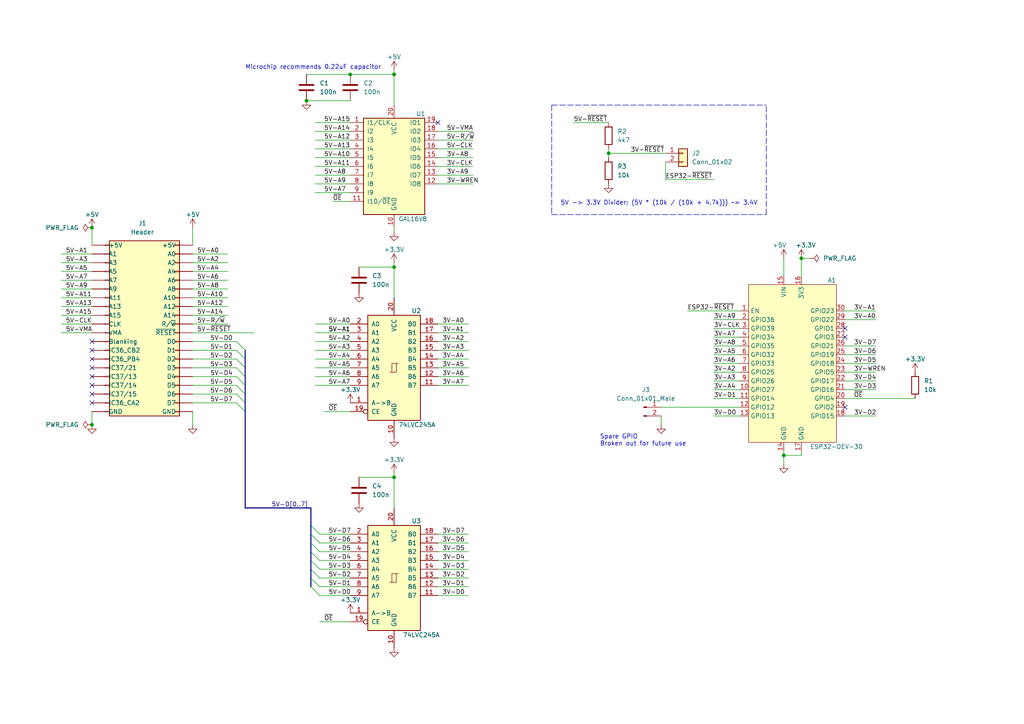
<source format=kicad_sch>
(kicad_sch (version 20211123) (generator eeschema)
  (paper "A4")
  (title_block (title "Williams System 7 Pinball Bus Observer") (rev "1"))
  (lib_symbols
    (symbol "74xx:74LS245" (pin_names (offset 1.016))
      (property "Reference" "U" (at -7.62 16.51 0))
      (property "Value" "74LS245" (at -7.62 -16.51 0))
      (symbol "74LS245_1_0"
        (polyline (pts (xy -0.635 -1.27) (xy -0.635 1.27) (xy 0.635 1.27)))
        (polyline (pts (xy -1.27 -1.27) (xy 0.635 -1.27) (xy 0.635 1.27) (xy 1.27 1.27)))
        (pin input line (at -12.7 -10.16 0) (length 5.08) (name "A->B") (number "1"))
        (pin power_in line (at 0 -20.32 90) (length 5.08) (name "GND") (number "10"))
        (pin tri_state line (at 12.7 -5.08 180) (length 5.08) (name "B7") (number "11"))
        (pin tri_state line (at 12.7 -2.54 180) (length 5.08) (name "B6") (number "12"))
        (pin tri_state line (at 12.7 0 180) (length 5.08) (name "B5") (number "13"))
        (pin tri_state line (at 12.7 2.54 180) (length 5.08) (name "B4") (number "14"))
        (pin tri_state line (at 12.7 5.08 180) (length 5.08) (name "B3") (number "15"))
        (pin tri_state line (at 12.7 7.62 180) (length 5.08) (name "B2") (number "16"))
        (pin tri_state line (at 12.7 10.16 180) (length 5.08) (name "B1") (number "17"))
        (pin tri_state line (at 12.7 12.7 180) (length 5.08) (name "B0") (number "18"))
        (pin input inverted (at -12.7 -12.7 0) (length 5.08) (name "CE") (number "19"))
        (pin tri_state line (at -12.7 12.7 0) (length 5.08) (name "A0") (number "2"))
        (pin power_in line (at 0 20.32 270) (length 5.08) (name "VCC") (number "20"))
        (pin tri_state line (at -12.7 10.16 0) (length 5.08) (name "A1") (number "3"))
        (pin tri_state line (at -12.7 7.62 0) (length 5.08) (name "A2") (number "4"))
        (pin tri_state line (at -12.7 5.08 0) (length 5.08) (name "A3") (number "5"))
        (pin tri_state line (at -12.7 2.54 0) (length 5.08) (name "A4") (number "6"))
        (pin tri_state line (at -12.7 0 0) (length 5.08) (name "A5") (number "7"))
        (pin tri_state line (at -12.7 -2.54 0) (length 5.08) (name "A6") (number "8"))
        (pin tri_state line (at -12.7 -5.08 0) (length 5.08) (name "A7") (number "9"))
      )
      (symbol "74LS245_1_1"
        (rectangle (start -7.62 15.24) (end 7.62 -15.24) (stroke (width 0.254)) (fill (type background)))
      )
    )
    (symbol "Connector:Conn_01x02_Male" (pin_names (offset 1.016) hide)
      (property "Reference" "J" (at 0 2.54 0))
      (property "Value" "Conn_01x02_Male" (at 0 -5.08 0))
      (symbol "Conn_01x02_Male_1_1"
        (polyline (pts (xy 1.27 -2.54) (xy 0.8636 -2.54)) (stroke (width 0.1524)))
        (polyline (pts (xy 1.27 0) (xy 0.8636 0)) (stroke (width 0.1524)))
        (rectangle (start 0.8636 -2.413) (end 0 -2.667) (stroke (width 0.1524)) (fill (type outline)))
        (rectangle (start 0.8636 0.127) (end 0 -0.127) (stroke (width 0.1524)) (fill (type outline)))
        (pin passive line (at 5.08 0 180) (length 3.81) (name "Pin_1") (number "1"))
        (pin passive line (at 5.08 -2.54 180) (length 3.81) (name "Pin_2") (number "2"))
      )
    )
    (symbol "Connector_Generic:Conn_01x02" (pin_names (offset 1.016) hide)
      (property "Reference" "J" (at 0 2.54 0))
      (property "Value" "Conn_01x02" (at 0 -5.08 0))
      (symbol "Conn_01x02_1_1"
        (rectangle (start -1.27 -2.413) (end 0 -2.667) (stroke (width 0.1524)))
        (rectangle (start -1.27 0.127) (end 0 -0.127) (stroke (width 0.1524)))
        (rectangle (start -1.27 1.27) (end 1.27 -3.81) (stroke (width 0.254)) (fill (type background)))
        (pin passive line (at -5.08 0 0) (length 3.81) (name "Pin_1") (number "1"))
        (pin passive line (at -5.08 -2.54 0) (length 3.81) (name "Pin_2") (number "2"))
      )
    )
    (symbol "Connector_Generic:Conn_02x20_Odd_Even" (pin_numbers hide) (pin_names (offset 1.016))
      (property "Reference" "J?" (at 1.9304 29.21 0))
      (property "Value" "Header" (at 1.9304 26.67 0))
      (symbol "Conn_02x20_Odd_Even_1_1"
        (rectangle (start -8.89 -25.273) (end -7.62 -25.527) (stroke (width 0.1524)))
        (rectangle (start -8.89 -22.733) (end -7.62 -22.987) (stroke (width 0.1524)))
        (rectangle (start -8.89 -20.193) (end -7.62 -20.447) (stroke (width 0.1524)))
        (rectangle (start -8.89 -17.653) (end -7.62 -17.907) (stroke (width 0.1524)))
        (rectangle (start -8.89 -15.113) (end -7.62 -15.367) (stroke (width 0.1524)))
        (rectangle (start -8.89 -12.573) (end -7.62 -12.827) (stroke (width 0.1524)))
        (rectangle (start -8.89 -10.033) (end -7.62 -10.287) (stroke (width 0.1524)))
        (rectangle (start -8.89 -7.493) (end -7.62 -7.747) (stroke (width 0.1524)))
        (rectangle (start -8.89 -4.953) (end -7.62 -5.207) (stroke (width 0.1524)))
        (rectangle (start -8.89 -2.413) (end -7.62 -2.667) (stroke (width 0.1524)))
        (rectangle (start -8.89 0.127) (end -7.62 -0.127) (stroke (width 0.1524)))
        (rectangle (start -8.89 2.667) (end -7.62 2.413) (stroke (width 0.1524)))
        (rectangle (start -8.89 5.207) (end -7.62 4.953) (stroke (width 0.1524)))
        (rectangle (start -8.89 7.747) (end -7.62 7.493) (stroke (width 0.1524)))
        (rectangle (start -8.89 10.287) (end -7.62 10.033) (stroke (width 0.1524)))
        (rectangle (start -8.89 12.827) (end -7.62 12.573) (stroke (width 0.1524)))
        (rectangle (start -8.89 15.367) (end -7.62 15.113) (stroke (width 0.1524)))
        (rectangle (start -8.89 17.907) (end -7.62 17.653) (stroke (width 0.1524)))
        (rectangle (start -8.89 20.447) (end -7.62 20.193) (stroke (width 0.1524)))
        (rectangle (start -8.89 22.987) (end -7.62 22.733) (stroke (width 0.1524)))
        (rectangle (start -7.62 24.13) (end 12.7 -26.67) (stroke (width 0.254)) (fill (type background)))
        (rectangle (start 12.7 -25.273) (end 11.43 -25.527) (stroke (width 0.1524)))
        (rectangle (start 12.7 -22.733) (end 11.43 -22.987) (stroke (width 0.1524)))
        (rectangle (start 12.7 -20.193) (end 11.43 -20.447) (stroke (width 0.1524)))
        (rectangle (start 12.7 -17.653) (end 11.43 -17.907) (stroke (width 0.1524)))
        (rectangle (start 12.7 -15.113) (end 11.43 -15.367) (stroke (width 0.1524)))
        (rectangle (start 12.7 -12.573) (end 11.43 -12.827) (stroke (width 0.1524)))
        (rectangle (start 12.7 -10.033) (end 11.43 -10.287) (stroke (width 0.1524)))
        (rectangle (start 12.7 -7.493) (end 11.43 -7.747) (stroke (width 0.1524)))
        (rectangle (start 12.7 -4.953) (end 11.43 -5.207) (stroke (width 0.1524)))
        (rectangle (start 12.7 -2.413) (end 11.43 -2.667) (stroke (width 0.1524)))
        (rectangle (start 12.7 0.127) (end 11.43 -0.127) (stroke (width 0.1524)))
        (rectangle (start 12.7 2.667) (end 11.43 2.413) (stroke (width 0.1524)))
        (rectangle (start 12.7 5.207) (end 11.43 4.953) (stroke (width 0.1524)))
        (rectangle (start 12.7 7.747) (end 11.43 7.493) (stroke (width 0.1524)))
        (rectangle (start 12.7 10.287) (end 11.43 10.033) (stroke (width 0.1524)))
        (rectangle (start 12.7 12.827) (end 11.43 12.573) (stroke (width 0.1524)))
        (rectangle (start 12.7 15.367) (end 11.43 15.113) (stroke (width 0.1524)))
        (rectangle (start 12.7 17.907) (end 11.43 17.653) (stroke (width 0.1524)))
        (rectangle (start 12.7 20.447) (end 11.43 20.193) (stroke (width 0.1524)))
        (rectangle (start 12.7 22.987) (end 11.43 22.733) (stroke (width 0.1524)))
        (pin passive line (at -12.7 22.86 0) (length 3.81) (name "+5V") (number "1"))
        (pin passive line (at 16.51 12.7 180) (length 3.81) (name "A6") (number "10"))
        (pin passive line (at -12.7 10.16 0) (length 3.81) (name "A9") (number "11"))
        (pin passive line (at 16.51 10.16 180) (length 3.81) (name "A8") (number "12"))
        (pin passive line (at -12.7 7.62 0) (length 3.81) (name "A11") (number "13"))
        (pin passive line (at 16.51 7.62 180) (length 3.81) (name "A10") (number "14"))
        (pin passive line (at -12.7 5.08 0) (length 3.81) (name "A13") (number "15"))
        (pin passive line (at 16.51 5.08 180) (length 3.81) (name "A12") (number "16"))
        (pin passive line (at -12.7 2.54 0) (length 3.81) (name "A15") (number "17"))
        (pin passive line (at 16.51 2.54 180) (length 3.81) (name "A14") (number "18"))
        (pin passive line (at -12.7 0 0) (length 3.81) (name "CLK") (number "19"))
        (pin passive line (at 16.51 22.86 180) (length 3.81) (name "+5V") (number "2"))
        (pin passive line (at 16.51 0 180) (length 3.81) (name "R/~{W}") (number "20"))
        (pin passive line (at -12.7 -2.54 0) (length 3.81) (name "VMA") (number "21"))
        (pin passive line (at 16.51 -2.54 180) (length 3.81) (name "~{RESET}") (number "22"))
        (pin passive line (at -12.7 -5.08 0) (length 3.81) (name "Blanking") (number "23"))
        (pin passive line (at 16.51 -5.08 180) (length 3.81) (name "D0") (number "24"))
        (pin passive line (at -12.7 -7.62 0) (length 3.81) (name "IC36_CB2") (number "25"))
        (pin passive line (at 16.51 -7.62 180) (length 3.81) (name "D1") (number "26"))
        (pin passive line (at -12.7 -10.16 0) (length 3.81) (name "IC36_PB4") (number "27"))
        (pin passive line (at 16.51 -10.16 180) (length 3.81) (name "D2") (number "28"))
        (pin passive line (at -12.7 -12.7 0) (length 3.81) (name "IC37/21") (number "29"))
        (pin passive line (at -12.7 20.32 0) (length 3.81) (name "A1") (number "3"))
        (pin passive line (at 16.51 -12.7 180) (length 3.81) (name "D3") (number "30"))
        (pin passive line (at -12.7 -15.24 0) (length 3.81) (name "IC37/13") (number "31"))
        (pin passive line (at 16.51 -15.24 180) (length 3.81) (name "D4") (number "32"))
        (pin passive line (at -12.7 -17.78 0) (length 3.81) (name "IC37/14") (number "33"))
        (pin passive line (at 16.51 -17.78 180) (length 3.81) (name "D5") (number "34"))
        (pin passive line (at -12.7 -20.32 0) (length 3.81) (name "IC37/15") (number "35"))
        (pin passive line (at 16.51 -20.32 180) (length 3.81) (name "D6") (number "36"))
        (pin passive line (at -12.7 -22.86 0) (length 3.81) (name "IC36_CA2") (number "37"))
        (pin passive line (at 16.51 -22.86 180) (length 3.81) (name "D7") (number "38"))
        (pin passive line (at -12.7 -25.4 0) (length 3.81) (name "GND") (number "39"))
        (pin passive line (at 16.51 20.32 180) (length 3.81) (name "A0") (number "4"))
        (pin passive line (at 16.51 -25.4 180) (length 3.81) (name "GND") (number "40"))
        (pin passive line (at -12.7 17.78 0) (length 3.81) (name "A3") (number "5"))
        (pin passive line (at 16.51 17.78 180) (length 3.81) (name "A2") (number "6"))
        (pin passive line (at -12.7 15.24 0) (length 3.81) (name "A5") (number "7"))
        (pin passive line (at 16.51 15.24 180) (length 3.81) (name "A4") (number "8"))
        (pin passive line (at -12.7 12.7 0) (length 3.81) (name "A7") (number "9"))
      )
    )
    (symbol "Device:C" (pin_numbers hide) (pin_names (offset 0.254))
      (property "Reference" "C" (at 0.635 2.54 0))
      (property "Value" "C" (at 0.635 -2.54 0))
      (symbol "C_0_1"
        (polyline (pts (xy -2.032 -0.762) (xy 2.032 -0.762)) (stroke (width 0.508)))
        (polyline (pts (xy -2.032 0.762) (xy 2.032 0.762)) (stroke (width 0.508)))
      )
      (symbol "C_1_1"
        (pin passive line (at 0 3.81 270) (length 2.794) (name "~") (number "1"))
        (pin passive line (at 0 -3.81 90) (length 2.794) (name "~") (number "2"))
      )
    )
    (symbol "Device:R" (pin_numbers hide) (pin_names (offset 0))
      (property "Reference" "R" (at 2.032 0 90))
      (property "Value" "R" (at 0 0 90))
      (symbol "R_0_1"
        (rectangle (start -1.016 -2.54) (end 1.016 2.54) (stroke (width 0.254)))
      )
      (symbol "R_1_1"
        (pin passive line (at 0 3.81 270) (length 1.27) (name "~") (number "1"))
        (pin passive line (at 0 -3.81 90) (length 1.27) (name "~") (number "2"))
      )
    )
    (symbol "Logic_Programmable:GAL16V8" (pin_names (offset 1.016))
      (property "Reference" "U" (at -8.89 16.51 0))
      (property "Value" "GAL16V8" (at 1.27 16.51 0))
      (symbol "GAL16V8_0_0"
        (pin power_in line (at 0 -17.78 90) (length 3.81) (name "GND") (number "10"))
        (pin power_in line (at 0 17.78 270) (length 3.81) (name "VCC") (number "20"))
      )
      (symbol "GAL16V8_0_1"
        (rectangle (start -8.89 13.97) (end 8.89 -13.97) (stroke (width 0.254)) (fill (type background)))
      )
      (symbol "GAL16V8_1_1"
        (pin input line (at -12.7 12.7 0) (length 3.81) (name "I1/CLK") (number "1"))
        (pin input line (at -12.7 -10.16 0) (length 3.81) (name "I10/~{OE}") (number "11"))
        (pin tri_state line (at 12.7 -5.08 180) (length 3.81) (name "IO8") (number "12"))
        (pin tri_state line (at 12.7 -2.54 180) (length 3.81) (name "IO7") (number "13"))
        (pin tri_state line (at 12.7 0 180) (length 3.81) (name "IO6") (number "14"))
        (pin tri_state line (at 12.7 2.54 180) (length 3.81) (name "IO5") (number "15"))
        (pin tri_state line (at 12.7 5.08 180) (length 3.81) (name "IO4") (number "16"))
        (pin tri_state line (at 12.7 7.62 180) (length 3.81) (name "I03") (number "17"))
        (pin tri_state line (at 12.7 10.16 180) (length 3.81) (name "IO2") (number "18"))
        (pin tri_state line (at 12.7 12.7 180) (length 3.81) (name "IO1") (number "19"))
        (pin input line (at -12.7 10.16 0) (length 3.81) (name "I2") (number "2"))
        (pin input line (at -12.7 7.62 0) (length 3.81) (name "I3") (number "3"))
        (pin input line (at -12.7 5.08 0) (length 3.81) (name "I4") (number "4"))
        (pin input line (at -12.7 2.54 0) (length 3.81) (name "I5") (number "5"))
        (pin input line (at -12.7 0 0) (length 3.81) (name "I6") (number "6"))
        (pin input line (at -12.7 -2.54 0) (length 3.81) (name "I7") (number "7"))
        (pin input line (at -12.7 -5.08 0) (length 3.81) (name "I8") (number "8"))
        (pin input line (at -12.7 -7.62 0) (length 3.81) (name "I9") (number "9"))
      )
    )
    (symbol "power:+3.3V" (power) (pin_names (offset 0))
      (property "Value" "+3.3V" (at 0 3.556 0))
      (symbol "+3.3V_0_1"
        (polyline (pts (xy -0.762 1.27) (xy 0 2.54)))
        (polyline (pts (xy 0 0) (xy 0 2.54)))
        (polyline (pts (xy 0 2.54) (xy 0.762 1.27)))
      )
      (symbol "+3.3V_1_1"
        (pin power_in line (at 0 0 90) (length 0) hide (name "+3.3V") (number "1"))
      )
    )
    (symbol "power:+5V" (power) (pin_names (offset 0))
      (property "Value" "+5V" (at 0 3.556 0))
      (symbol "+5V_0_1"
        (polyline (pts (xy -0.762 1.27) (xy 0 2.54)))
        (polyline (pts (xy 0 0) (xy 0 2.54)))
        (polyline (pts (xy 0 2.54) (xy 0.762 1.27)))
      )
      (symbol "+5V_1_1"
        (pin power_in line (at 0 0 90) (length 0) hide (name "+5V") (number "1"))
      )
    )
    (symbol "power:GND" (power) (pin_names (offset 0))
      (property "Value" "GND" (at 0 -3.81 0))
      (symbol "GND_0_1"
        (polyline (pts (xy 0 0) (xy 0 -1.27) (xy 1.27 -1.27) (xy 0 -2.54) (xy -1.27 -1.27) (xy 0 -1.27)))
      )
      (symbol "GND_1_1"
        (pin power_in line (at 0 0 270) (length 0) hide (name "GND") (number "1"))
      )
    )
    (symbol "power:PWR_FLAG" (power) (pin_numbers hide) (pin_names (offset 0) hide)
      (property "Value" "PWR_FLAG" (at 0 3.81 0))
      (symbol "PWR_FLAG_0_0"
        (pin power_out line (at 0 0 90) (length 0) (name "pwr") (number "1"))
      )
      (symbol "PWR_FLAG_0_1"
        (polyline (pts (xy 0 0) (xy 0 1.27) (xy -1.016 1.905) (xy 0 2.54) (xy 1.016 1.905) (xy 0 1.27)))
      )
    )
    (symbol "symbol-library:ESP32-DEV-30"
      (property "Reference" "A" (at -11.43 12.7 0))
      (property "Value" "ESP32-DEV-30" (at 12.7 -36.83 0))
      (symbol "ESP32-DEV-30_0_1"
        (rectangle (start -12.7 11.43) (end 12.7 -34.29) (fill (type background)))
      )
      (symbol "ESP32-DEV-30_1_1"
        (pin input line (at -15.24 3.81 0) (length 2.54) (name "EN") (number "1"))
        (pin bidirectional line (at -15.24 -19.05 0) (length 2.54) (name "GPIO27") (number "10"))
        (pin bidirectional line (at -15.24 -21.59 0) (length 2.54) (name "GPIO14") (number "11"))
        (pin bidirectional line (at -15.24 -24.13 0) (length 2.54) (name "GPIO12") (number "12"))
        (pin bidirectional line (at -15.24 -26.67 0) (length 2.54) (name "GPIO13") (number "13"))
        (pin power_in line (at -2.54 -36.83 90) (length 2.54) (name "GND") (number "14"))
        (pin power_in line (at -2.54 13.97 270) (length 2.54) (name "VIN") (number "15"))
        (pin power_in line (at 2.54 13.97 270) (length 2.54) (name "3V3") (number "16"))
        (pin power_in line (at 2.54 -36.83 90) (length 2.54) (name "GND") (number "17"))
        (pin bidirectional line (at 15.24 -26.67 180) (length 2.54) (name "GPIO15") (number "18"))
        (pin bidirectional line (at 15.24 -24.13 180) (length 2.54) (name "GPIO2") (number "19"))
        (pin bidirectional line (at -15.24 1.27 0) (length 2.54) (name "GPIO36") (number "2"))
        (pin bidirectional line (at 15.24 -21.59 180) (length 2.54) (name "GPIO4") (number "20"))
        (pin bidirectional line (at 15.24 -19.05 180) (length 2.54) (name "GPIO16") (number "21"))
        (pin bidirectional line (at 15.24 -16.51 180) (length 2.54) (name "GPIO17") (number "22"))
        (pin bidirectional line (at 15.24 -13.97 180) (length 2.54) (name "GPIO5") (number "23"))
        (pin bidirectional line (at 15.24 -11.43 180) (length 2.54) (name "GPIO18") (number "24"))
        (pin bidirectional line (at 15.24 -8.89 180) (length 2.54) (name "GPIO19") (number "25"))
        (pin bidirectional line (at 15.24 -6.35 180) (length 2.54) (name "GPIO21") (number "26"))
        (pin bidirectional line (at 15.24 -3.81 180) (length 2.54) (name "GPIO3") (number "27"))
        (pin bidirectional line (at 15.24 -1.27 180) (length 2.54) (name "GPIO1") (number "28"))
        (pin bidirectional line (at 15.24 1.27 180) (length 2.54) (name "GPIO22") (number "29"))
        (pin bidirectional line (at -15.24 -1.27 0) (length 2.54) (name "GPIO39") (number "3"))
        (pin bidirectional line (at 15.24 3.81 180) (length 2.54) (name "GPIO23") (number "30"))
        (pin bidirectional line (at -15.24 -3.81 0) (length 2.54) (name "GPIO34") (number "4"))
        (pin bidirectional line (at -15.24 -6.35 0) (length 2.54) (name "GPIO35") (number "5"))
        (pin bidirectional line (at -15.24 -8.89 0) (length 2.54) (name "GPIO32") (number "6"))
        (pin bidirectional line (at -15.24 -11.43 0) (length 2.54) (name "GPIO33") (number "7"))
        (pin bidirectional line (at -15.24 -13.97 0) (length 2.54) (name "GPIO25") (number "8"))
        (pin bidirectional line (at -15.24 -16.51 0) (length 2.54) (name "GPIO26") (number "9"))
      )
    )
  )
  (junction (at 26.67 66.04))
  (junction (at 227.33 132.08))
  (junction (at 114.3 138.43))
  (junction (at 176.53 44.45))
  (junction (at 101.6 21.59))
  (junction (at 26.67 123.19))
  (junction (at 232.41 74.93))
  (junction (at 114.3 77.47))
  (junction (at 114.3 21.59))
  (junction (at 88.9 29.21))
  (no_connect (at 245.11 97.79))
  (no_connect (at 245.11 118.11))
  (no_connect (at 245.11 95.25))
  (no_connect (at 26.67 106.68))
  (no_connect (at 26.67 104.14))
  (no_connect (at 26.67 99.06))
  (no_connect (at 26.67 101.6))
  (no_connect (at 127 35.56))
  (no_connect (at 26.67 116.84))
  (no_connect (at 26.67 111.76))
  (no_connect (at 26.67 109.22))
  (no_connect (at 26.67 114.3))
  (bus_entry (at 90.17 165.1) (size 2.54 2.54))
  (bus_entry (at 90.17 157.48) (size 2.54 2.54))
  (bus_entry (at 90.17 160.02) (size 2.54 2.54))
  (bus_entry (at 90.17 154.94) (size 2.54 2.54))
  (bus_entry (at 68.58 99.06) (size 2.54 2.54))
  (bus_entry (at 68.58 109.22) (size 2.54 2.54))
  (bus_entry (at 68.58 101.6) (size 2.54 2.54))
  (bus_entry (at 68.58 106.68) (size 2.54 2.54))
  (bus_entry (at 90.17 152.4) (size 2.54 2.54))
  (bus_entry (at 68.58 116.84) (size 2.54 2.54))
  (bus_entry (at 90.17 167.64) (size 2.54 2.54))
  (bus_entry (at 68.58 114.3) (size 2.54 2.54))
  (bus_entry (at 90.17 162.56) (size 2.54 2.54))
  (bus_entry (at 68.58 104.14) (size 2.54 2.54))
  (bus_entry (at 68.58 111.76) (size 2.54 2.54))
  (bus_entry (at 90.17 170.18) (size 2.54 2.54))
  (wire (pts (xy 127 53.34) (xy 137.16 53.34)))
  (wire (pts (xy 127 99.06) (xy 135.89 99.06)))
  (wire (pts (xy 127 154.94) (xy 135.89 154.94)))
  (bus (pts (xy 90.17 162.56) (xy 90.17 165.1)))
  (wire (pts (xy 91.44 111.76) (xy 101.6 111.76)))
  (wire (pts (xy 92.71 165.1) (xy 101.6 165.1)))
  (wire (pts (xy 55.88 73.66) (xy 66.04 73.66)))
  (wire (pts (xy 127 106.68) (xy 135.89 106.68)))
  (wire (pts (xy 114.3 67.31) (xy 114.3 66.04)))
  (wire (pts (xy 207.01 97.79) (xy 214.63 97.79)))
  (wire (pts (xy 91.44 109.22) (xy 101.6 109.22)))
  (polyline (pts (xy 222.25 62.23) (xy 222.25 30.48)))
  (wire (pts (xy 232.41 74.93) (xy 234.95 74.93)))
  (wire (pts (xy 114.3 138.43) (xy 114.3 147.32)))
  (wire (pts (xy 245.11 120.65) (xy 254 120.65)))
  (polyline (pts (xy 160.02 30.48) (xy 160.02 62.23)))
  (wire (pts (xy 91.44 40.64) (xy 101.6 40.64)))
  (wire (pts (xy 114.3 76.2) (xy 114.3 77.47)))
  (wire (pts (xy 207.01 100.33) (xy 214.63 100.33)))
  (wire (pts (xy 199.39 90.17) (xy 214.63 90.17)))
  (wire (pts (xy 55.88 93.98) (xy 66.04 93.98)))
  (wire (pts (xy 191.77 120.65) (xy 191.77 123.19)))
  (wire (pts (xy 127 111.76) (xy 135.89 111.76)))
  (wire (pts (xy 55.88 101.6) (xy 68.58 101.6)))
  (wire (pts (xy 127 172.72) (xy 135.89 172.72)))
  (wire (pts (xy 55.88 86.36) (xy 66.04 86.36)))
  (wire (pts (xy 245.11 102.87) (xy 254 102.87)))
  (bus (pts (xy 71.12 106.68) (xy 71.12 109.22)))
  (wire (pts (xy 91.44 101.6) (xy 101.6 101.6)))
  (wire (pts (xy 101.6 21.59) (xy 114.3 21.59)))
  (wire (pts (xy 17.78 76.2) (xy 26.67 76.2)))
  (wire (pts (xy 91.44 53.34) (xy 101.6 53.34)))
  (wire (pts (xy 17.78 73.66) (xy 26.67 73.66)))
  (wire (pts (xy 55.88 111.76) (xy 68.58 111.76)))
  (wire (pts (xy 92.71 167.64) (xy 101.6 167.64)))
  (wire (pts (xy 227.33 132.08) (xy 227.33 134.62)))
  (wire (pts (xy 17.78 96.52) (xy 26.67 96.52)))
  (wire (pts (xy 207.01 105.41) (xy 214.63 105.41)))
  (wire (pts (xy 127 109.22) (xy 135.89 109.22)))
  (wire (pts (xy 245.11 92.71) (xy 254 92.71)))
  (wire (pts (xy 127 157.48) (xy 135.89 157.48)))
  (wire (pts (xy 127 101.6) (xy 135.89 101.6)))
  (wire (pts (xy 127 104.14) (xy 135.89 104.14)))
  (wire (pts (xy 17.78 91.44) (xy 26.67 91.44)))
  (wire (pts (xy 88.9 21.59) (xy 101.6 21.59)))
  (wire (pts (xy 227.33 132.08) (xy 232.41 132.08)))
  (wire (pts (xy 55.88 91.44) (xy 66.04 91.44)))
  (wire (pts (xy 17.78 86.36) (xy 26.67 86.36)))
  (wire (pts (xy 207.01 113.03) (xy 214.63 113.03)))
  (wire (pts (xy 245.11 107.95) (xy 254 107.95)))
  (wire (pts (xy 55.88 66.04) (xy 55.88 71.12)))
  (wire (pts (xy 207.01 95.25) (xy 214.63 95.25)))
  (bus (pts (xy 71.12 101.6) (xy 71.12 104.14)))
  (wire (pts (xy 191.77 118.11) (xy 214.63 118.11)))
  (wire (pts (xy 55.88 106.68) (xy 68.58 106.68)))
  (wire (pts (xy 91.44 55.88) (xy 101.6 55.88)))
  (wire (pts (xy 245.11 110.49) (xy 254 110.49)))
  (wire (pts (xy 207.01 120.65) (xy 214.63 120.65)))
  (wire (pts (xy 92.71 172.72) (xy 101.6 172.72)))
  (wire (pts (xy 17.78 81.28) (xy 26.67 81.28)))
  (wire (pts (xy 92.71 160.02) (xy 101.6 160.02)))
  (wire (pts (xy 232.41 74.93) (xy 232.41 80.01)))
  (bus (pts (xy 71.12 111.76) (xy 71.12 114.3)))
  (polyline (pts (xy 160.02 30.48) (xy 222.25 30.48)))
  (wire (pts (xy 207.01 92.71) (xy 214.63 92.71)))
  (bus (pts (xy 71.12 147.32) (xy 90.17 147.32)))
  (wire (pts (xy 232.41 132.08) (xy 232.41 130.81)))
  (wire (pts (xy 91.44 93.98) (xy 101.6 93.98)))
  (wire (pts (xy 91.44 50.8) (xy 101.6 50.8)))
  (wire (pts (xy 245.11 100.33) (xy 254 100.33)))
  (wire (pts (xy 92.71 180.34) (xy 101.6 180.34)))
  (wire (pts (xy 91.44 45.72) (xy 101.6 45.72)))
  (wire (pts (xy 104.14 77.47) (xy 114.3 77.47)))
  (wire (pts (xy 245.11 105.41) (xy 254 105.41)))
  (wire (pts (xy 88.9 29.21) (xy 101.6 29.21)))
  (wire (pts (xy 91.44 48.26) (xy 101.6 48.26)))
  (wire (pts (xy 127 38.1) (xy 137.16 38.1)))
  (wire (pts (xy 55.88 114.3) (xy 68.58 114.3)))
  (bus (pts (xy 71.12 114.3) (xy 71.12 116.84)))
  (wire (pts (xy 127 45.72) (xy 137.16 45.72)))
  (wire (pts (xy 207.01 102.87) (xy 214.63 102.87)))
  (wire (pts (xy 127 40.64) (xy 137.16 40.64)))
  (wire (pts (xy 127 162.56) (xy 135.89 162.56)))
  (bus (pts (xy 71.12 109.22) (xy 71.12 111.76)))
  (wire (pts (xy 227.33 130.81) (xy 227.33 132.08)))
  (wire (pts (xy 114.3 77.47) (xy 114.3 86.36)))
  (wire (pts (xy 91.44 106.68) (xy 101.6 106.68)))
  (bus (pts (xy 71.12 119.38) (xy 71.12 147.32)))
  (wire (pts (xy 17.78 83.82) (xy 26.67 83.82)))
  (wire (pts (xy 92.71 154.94) (xy 101.6 154.94)))
  (wire (pts (xy 127 167.64) (xy 135.89 167.64)))
  (wire (pts (xy 91.44 96.52) (xy 101.6 96.52)))
  (wire (pts (xy 114.3 137.16) (xy 114.3 138.43)))
  (bus (pts (xy 90.17 154.94) (xy 90.17 157.48)))
  (wire (pts (xy 207.01 110.49) (xy 214.63 110.49)))
  (wire (pts (xy 91.44 99.06) (xy 101.6 99.06)))
  (wire (pts (xy 92.71 170.18) (xy 101.6 170.18)))
  (wire (pts (xy 91.44 35.56) (xy 101.6 35.56)))
  (bus (pts (xy 90.17 147.32) (xy 90.17 152.4)))
  (wire (pts (xy 245.11 90.17) (xy 254 90.17)))
  (bus (pts (xy 90.17 160.02) (xy 90.17 162.56)))
  (wire (pts (xy 176.53 44.45) (xy 193.04 44.45)))
  (wire (pts (xy 176.53 44.45) (xy 176.53 45.72)))
  (bus (pts (xy 90.17 152.4) (xy 90.17 154.94)))
  (wire (pts (xy 114.3 21.59) (xy 114.3 30.48)))
  (wire (pts (xy 104.14 138.43) (xy 114.3 138.43)))
  (wire (pts (xy 127 48.26) (xy 137.16 48.26)))
  (wire (pts (xy 127 170.18) (xy 135.89 170.18)))
  (wire (pts (xy 17.78 78.74) (xy 26.67 78.74)))
  (wire (pts (xy 26.67 66.04) (xy 26.67 71.12)))
  (wire (pts (xy 127 43.18) (xy 137.16 43.18)))
  (wire (pts (xy 55.88 76.2) (xy 66.04 76.2)))
  (wire (pts (xy 93.98 119.38) (xy 101.6 119.38)))
  (wire (pts (xy 127 160.02) (xy 135.89 160.02)))
  (wire (pts (xy 91.44 43.18) (xy 101.6 43.18)))
  (wire (pts (xy 207.01 107.95) (xy 214.63 107.95)))
  (wire (pts (xy 245.11 113.03) (xy 254 113.03)))
  (wire (pts (xy 55.88 78.74) (xy 66.04 78.74)))
  (wire (pts (xy 193.04 52.07) (xy 207.01 52.07)))
  (wire (pts (xy 245.11 115.57) (xy 265.43 115.57)))
  (wire (pts (xy 193.04 46.99) (xy 193.04 52.07)))
  (bus (pts (xy 90.17 157.48) (xy 90.17 160.02)))
  (wire (pts (xy 91.44 38.1) (xy 101.6 38.1)))
  (wire (pts (xy 55.88 99.06) (xy 68.58 99.06)))
  (wire (pts (xy 207.01 115.57) (xy 214.63 115.57)))
  (bus (pts (xy 71.12 104.14) (xy 71.12 106.68)))
  (wire (pts (xy 55.88 81.28) (xy 66.04 81.28)))
  (wire (pts (xy 55.88 116.84) (xy 68.58 116.84)))
  (wire (pts (xy 55.88 88.9) (xy 66.04 88.9)))
  (wire (pts (xy 17.78 88.9) (xy 26.67 88.9)))
  (wire (pts (xy 91.44 104.14) (xy 101.6 104.14)))
  (wire (pts (xy 127 93.98) (xy 135.89 93.98)))
  (polyline (pts (xy 160.02 62.23) (xy 222.25 62.23)))
  (wire (pts (xy 55.88 96.52) (xy 73.66 96.52)))
  (bus (pts (xy 90.17 167.64) (xy 90.17 170.18)))
  (wire (pts (xy 55.88 104.14) (xy 68.58 104.14)))
  (bus (pts (xy 90.17 165.1) (xy 90.17 167.64)))
  (wire (pts (xy 17.78 93.98) (xy 26.67 93.98)))
  (wire (pts (xy 166.37 35.56) (xy 176.53 35.56)))
  (wire (pts (xy 92.71 157.48) (xy 101.6 157.48)))
  (wire (pts (xy 92.71 162.56) (xy 101.6 162.56)))
  (wire (pts (xy 127 96.52) (xy 135.89 96.52)))
  (wire (pts (xy 114.3 20.32) (xy 114.3 21.59)))
  (bus (pts (xy 71.12 116.84) (xy 71.12 119.38)))
  (wire (pts (xy 55.88 83.82) (xy 66.04 83.82)))
  (wire (pts (xy 127 165.1) (xy 135.89 165.1)))
  (wire (pts (xy 96.52 58.42) (xy 101.6 58.42)))
  (wire (pts (xy 26.67 119.38) (xy 26.67 123.19)))
  (wire (pts (xy 227.33 74.93) (xy 227.33 80.01)))
  (wire (pts (xy 127 50.8) (xy 137.16 50.8)))
  (wire (pts (xy 55.88 109.22) (xy 68.58 109.22)))
  (wire (pts (xy 176.53 43.18) (xy 176.53 44.45)))
  (wire (pts (xy 55.88 119.38) (xy 55.88 123.19)))
  (text "Spare GPIO\nBroken out for future use" (at 173.99 129.54 0) (effects (font (size 1.27 1.27)) (justify left bottom)))
  (text "Microchip recommends 0.22uF capacitor" (at 71.12 20.32 0) (effects (font (size 1.27 1.27)) (justify left bottom)))
  (text "5V -> 3.3V Divider: (5V * (10k / (10k + 4.7k))) ~= 3.4V" (at 162.56 59.69 0) (effects (font (size 1.27 1.27)) (justify left bottom)))
  (label "5V-A12" (at 57.15 88.9 0))
  (label "ESP32-~{RESET}" (at 199.39 90.17 0))
  (label "3V-D6" (at 247.65 102.87 0))
  (label "3V-WREN" (at 129.54 53.34 0))
  (label "5V-A2" (at 95.25 99.06 0))
  (label "5V-A1" (at 95.25 96.52 0))
  (label "5V-A4" (at 95.25 104.14 0))
  (label "5V-A6" (at 95.25 109.22 0))
  (label "5V-D5" (at 95.25 160.02 0))
  (label "3V-A5" (at 128.27 106.68 0))
  (label "5V-D0" (at 60.96 99.06 0))
  (label "3V-A7" (at 207.01 97.79 0))
  (label "3V-D3" (at 128.27 165.1 0))
  (label "5V-D7" (at 60.96 116.84 0))
  (label "5V-A3" (at 19.05 76.2 0))
  (label "5V-CLK" (at 19.05 93.98 0))
  (label "5V-A7" (at 19.05 81.28 0))
  (label "5V-A15" (at 93.98 35.56 0))
  (label "~{OE}" (at 93.98 180.34 0))
  (label "5V-A13" (at 93.98 43.18 0))
  (label "3V-D3" (at 247.65 113.03 0))
  (label "3V-A6" (at 128.27 109.22 0))
  (label "3V-A5" (at 207.01 102.87 0))
  (label "5V-D5" (at 60.96 111.76 0))
  (label "3V-D7" (at 247.65 100.33 0))
  (label "5V-A5" (at 95.25 106.68 0))
  (label "3V-A4" (at 128.27 104.14 0))
  (label "5V-D7" (at 95.25 154.94 0))
  (label "5V-A7" (at 93.98 55.88 0))
  (label "3V-D5" (at 128.27 160.02 0))
  (label "3V-A2" (at 207.01 107.95 0))
  (label "3V-A9" (at 129.54 50.8 0))
  (label "5V-A1" (at 19.05 73.66 0))
  (label "5V-A14" (at 93.98 38.1 0))
  (label "3V-A2" (at 128.27 99.06 0))
  (label "5V-D4" (at 60.96 109.22 0))
  (label "3V-CLK" (at 129.54 48.26 0))
  (label "5V-D[0..7]" (at 78.74 147.32 0))
  (label "3V-A9" (at 207.01 92.71 0))
  (label "3V-CLK" (at 207.01 95.25 0))
  (label "3V-A6" (at 207.01 105.41 0))
  (label "5V-~{RESET}" (at 57.15 96.52 0))
  (label "5V-A11" (at 93.98 48.26 0))
  (label "5V-A7" (at 95.25 111.76 0))
  (label "~{OE}" (at 95.25 119.38 0))
  (label "5V-~{RESET}" (at 166.37 35.56 0))
  (label "~{OE}" (at 247.65 115.57 0))
  (label "5V-A12" (at 93.98 40.64 0))
  (label "3V-D1" (at 207.01 115.57 0))
  (label "5V-A0" (at 95.25 93.98 0))
  (label "5V-D3" (at 95.25 165.1 0))
  (label "5V-A14" (at 57.15 91.44 0))
  (label "5V-A2" (at 57.15 76.2 0))
  (label "5V-A0" (at 57.15 73.66 0))
  (label "5V-D6" (at 60.96 114.3 0))
  (label "5V-D4" (at 95.25 162.56 0))
  (label "~{OE}" (at 96.52 58.42 0))
  (label "3V-A8" (at 129.54 45.72 0))
  (label "5V-A1" (at 95.25 96.52 0))
  (label "3V-D5" (at 247.65 105.41 0))
  (label "5V-D6" (at 95.25 157.48 0))
  (label "3V-A3" (at 207.01 110.49 0))
  (label "3V-A4" (at 207.01 113.03 0))
  (label "5V-A8" (at 93.98 50.8 0))
  (label "5V-A11" (at 19.05 86.36 0))
  (label "3V-WREN" (at 247.65 107.95 0))
  (label "5V-A3" (at 95.25 101.6 0))
  (label "3V-D1" (at 128.27 170.18 0))
  (label "5V-A15" (at 19.05 91.44 0))
  (label "5V-D2" (at 60.96 104.14 0))
  (label "3V-A7" (at 128.27 111.76 0))
  (label "5V-A6" (at 57.15 81.28 0))
  (label "5V-A9" (at 93.98 53.34 0))
  (label "3V-D0" (at 128.27 172.72 0))
  (label "3V-A3" (at 128.27 101.6 0))
  (label "5V-A10" (at 57.15 86.36 0))
  (label "5V-D3" (at 60.96 106.68 0))
  (label "5V-R{slash}~{W}" (at 129.54 40.64 0))
  (label "5V-A13" (at 19.05 88.9 0))
  (label "5V-VMA" (at 129.54 38.1 0))
  (label "5V-D1" (at 60.96 101.6 0))
  (label "3V-A1" (at 128.27 96.52 0))
  (label "3V-A0" (at 247.65 92.71 0))
  (label "3V-D2" (at 128.27 167.64 0))
  (label "5V-A4" (at 57.15 78.74 0))
  (label "5V-D1" (at 95.25 170.18 0))
  (label "5V-VMA" (at 19.05 96.52 0))
  (label "3V-~{RESET}" (at 182.88 44.45 0))
  (label "5V-R{slash}~{W}" (at 57.15 93.98 0))
  (label "5V-A10" (at 93.98 45.72 0))
  (label "3V-A1" (at 247.65 90.17 0))
  (label "3V-D4" (at 128.27 162.56 0))
  (label "3V-D2" (at 247.65 120.65 0))
  (label "5V-CLK" (at 129.54 43.18 0))
  (label "5V-A5" (at 19.05 78.74 0))
  (label "ESP32-~{RESET}" (at 193.04 52.07 0))
  (label "5V-A8" (at 57.15 83.82 0))
  (label "5V-D2" (at 95.25 167.64 0))
  (label "3V-A0" (at 128.27 93.98 0))
  (label "5V-A9" (at 19.05 83.82 0))
  (label "3V-D4" (at 247.65 110.49 0))
  (label "3V-D0" (at 207.01 120.65 0))
  (label "3V-D7" (at 128.27 154.94 0))
  (label "5V-D0" (at 95.25 172.72 0))
  (label "3V-D6" (at 128.27 157.48 0))
  (label "3V-A8" (at 207.01 100.33 0))
  (symbol (lib_id "Logic_Programmable:GAL16V8") (at 114.3 48.26 0) (unit 1)
    (property "Reference" "U1" (at 120.65 33.02 0) (effects (justify left)))
    (property "Value" "GAL16V8" (at 115.57 63.5 0) (effects (justify left)))
    (property "Footprint" "Package_DIP:DIP-20_W7.62mm_Socket" (effects hide))
  )
  (symbol (lib_id "power:+3.3V") (at 101.6 116.84 0) (unit 1)
    (property "Reference" "#PWR06" (effects hide))
    (property "Value" "+3.3V" (at 101.6 113.03 0))
  )
  (symbol (lib_id "power:GND") (at 227.33 134.62 0) (unit 1)
    (property "Reference" "#PWR017" (effects hide))
    (property "Value" "GND" (effects hide))
  )
  (symbol (lib_id "Connector_Generic:Conn_02x20_Odd_Even") (at 39.37 93.98 0) (unit 1)
    (property "Reference" "J1" (at 41.3004 64.77 0))
    (property "Value" "Header" (at 41.3004 67.31 0))
    (property "Footprint" "Connector_PinSocket_2.54mm:PinSocket_2x20_P2.54mm_Vertical" (effects hide))
  )
  (symbol (lib_id "symbol-library:ESP32-DEV-30") (at 229.87 93.98 0) (unit 1)
    (property "Reference" "A1" (at 240.03 81.28 0) (effects (justify left)))
    (property "Value" "ESP32-DEV-30" (at 234.95 129.54 0) (effects (justify left)))
    (property "Footprint" "footprint-library:esp32_devkit_v1_doit" (effects hide))
  )
  (symbol (lib_id "power:GND") (at 114.3 187.96 0) (unit 1)
    (property "Reference" "#PWR015" (effects hide))
    (property "Value" "GND" (effects hide))
  )
  (symbol (lib_id "power:PWR_FLAG") (at 26.67 66.04 90) (unit 1)
    (property "Reference" "#FLG01" (effects hide))
    (property "Value" "PWR_FLAG" (at 22.86 66.0399 90) (effects (justify left)))
  )
  (symbol (lib_id "power:GND") (at 191.77 123.19 0) (unit 1)
    (property "Reference" "#PWR0102" (effects hide))
    (property "Value" "GND" (effects hide))
  )
  (symbol (lib_id "74xx:74LS245") (at 114.3 106.68 0) (unit 1)
    (property "Reference" "U2" (at 119.38 90.17 0) (effects (justify left)))
    (property "Value" "74LVC245A" (at 115.57 123.19 0) (effects (justify left)))
    (property "Footprint" "Package_DIP:DIP-20_W7.62mm" (effects hide))
    (property "Datasheet" "http://www.ti.com/lit/gpn/sn74LS245" (effects hide))
  )
  (symbol (lib_id "power:+5V") (at 26.67 66.04 0) (unit 1)
    (property "Reference" "#PWR01" (effects hide))
    (property "Value" "+5V" (at 26.67 62.23 0))
  )
  (symbol (lib_id "Device:C") (at 88.9 25.4 0) (unit 1)
    (property "Reference" "C1" (at 92.71 24.1299 0) (effects (justify left)))
    (property "Value" "100n" (at 92.71 26.6699 0) (effects (justify left)))
    (property "Footprint" "Capacitor_THT:C_Disc_D7.0mm_W2.5mm_P5.00mm" (effects hide))
  )
  (symbol (lib_id "Connector_Generic:Conn_01x02") (at 198.12 44.45 0) (unit 1)
    (property "Reference" "J2" (at 200.66 44.4499 0) (effects (justify left)))
    (property "Value" "Conn_01x02" (at 200.66 46.9899 0) (effects (justify left)))
    (property "Footprint" "Connector_PinHeader_2.54mm:PinHeader_1x02_P2.54mm_Vertical" (effects hide))
  )
  (symbol (lib_id "power:GND") (at 104.14 85.09 0) (unit 1)
    (property "Reference" "#PWR08" (effects hide))
    (property "Value" "GND" (effects hide))
  )
  (symbol (lib_id "Device:C") (at 104.14 142.24 0) (unit 1)
    (property "Reference" "C4" (at 107.95 140.9699 0) (effects (justify left)))
    (property "Value" "100n" (at 107.95 143.5099 0) (effects (justify left)))
    (property "Footprint" "Capacitor_THT:C_Disc_D7.0mm_W2.5mm_P5.00mm" (effects hide))
  )
  (symbol (lib_id "power:GND") (at 104.14 146.05 0) (unit 1)
    (property "Reference" "#PWR09" (effects hide))
    (property "Value" "GND" (effects hide))
  )
  (symbol (lib_id "power:+5V") (at 55.88 66.04 0) (unit 1)
    (property "Reference" "#PWR03" (effects hide))
    (property "Value" "+5V" (at 55.88 62.23 0))
  )
  (symbol (lib_id "power:PWR_FLAG") (at 26.67 123.19 90) (unit 1)
    (property "Reference" "#FLG02" (effects hide))
    (property "Value" "PWR_FLAG" (at 22.86 123.1899 90) (effects (justify left)))
  )
  (symbol (lib_id "power:+3.3V") (at 114.3 137.16 0) (unit 1)
    (property "Reference" "#PWR014" (effects hide))
    (property "Value" "+3.3V" (at 114.3 133.35 0))
  )
  (symbol (lib_id "power:+3.3V") (at 265.43 107.95 0) (unit 1)
    (property "Reference" "#PWR019" (effects hide))
    (property "Value" "+3.3V" (at 265.43 104.14 0))
  )
  (symbol (lib_id "Device:R") (at 176.53 49.53 0) (unit 1)
    (property "Reference" "R3" (at 179.07 48.2599 0) (effects (justify left)))
    (property "Value" "10k" (at 179.07 50.7999 0) (effects (justify left)))
    (property "Footprint" "Resistor_THT:R_Axial_DIN0207_L6.3mm_D2.5mm_P10.16mm_Horizontal" (effects hide))
  )
  (symbol (lib_id "Device:R") (at 176.53 39.37 0) (unit 1)
    (property "Reference" "R2" (at 179.07 38.0999 0) (effects (justify left)))
    (property "Value" "4k7" (at 179.07 40.6399 0) (effects (justify left)))
    (property "Footprint" "Resistor_THT:R_Axial_DIN0207_L6.3mm_D2.5mm_P10.16mm_Horizontal" (effects hide))
  )
  (symbol (lib_id "Device:C") (at 101.6 25.4 0) (unit 1)
    (property "Reference" "C2" (at 105.41 24.1299 0) (effects (justify left)))
    (property "Value" "100n" (at 105.41 26.6699 0) (effects (justify left)))
    (property "Footprint" "Capacitor_THT:C_Disc_D7.0mm_W2.5mm_P5.00mm" (effects hide))
  )
  (symbol (lib_id "power:+3.3V") (at 101.6 177.8 0) (unit 1)
    (property "Reference" "#PWR07" (effects hide))
    (property "Value" "+3.3V" (at 101.6 173.99 0))
  )
  (symbol (lib_id "power:+5V") (at 227.33 74.93 0) (unit 1)
    (property "Reference" "#PWR016" (effects hide))
    (property "Value" "+5V" (at 226.06 71.12 0))
  )
  (symbol (lib_id "power:GND") (at 114.3 127 0) (unit 1)
    (property "Reference" "#PWR013" (effects hide))
    (property "Value" "GND" (effects hide))
  )
  (symbol (lib_id "power:+3.3V") (at 114.3 76.2 0) (unit 1)
    (property "Reference" "#PWR012" (effects hide))
    (property "Value" "+3.3V" (at 114.3 72.39 0))
  )
  (symbol (lib_id "74xx:74LS245") (at 114.3 167.64 0) (unit 1)
    (property "Reference" "U3" (at 119.38 151.13 0) (effects (justify left)))
    (property "Value" "74LVC245A" (at 116.84 184.15 0) (effects (justify left)))
    (property "Footprint" "Package_DIP:DIP-20_W7.62mm" (effects hide))
    (property "Datasheet" "http://www.ti.com/lit/gpn/sn74LS245" (effects hide))
  )
  (symbol (lib_id "power:GND") (at 55.88 123.19 0) (unit 1)
    (property "Reference" "#PWR04" (effects hide))
    (property "Value" "GND" (effects hide))
  )
  (symbol (lib_id "power:+3.3V") (at 232.41 74.93 0) (unit 1)
    (property "Reference" "#PWR018" (effects hide))
    (property "Value" "+3.3V" (at 233.68 71.12 0))
  )
  (symbol (lib_id "Connector:Conn_01x02_Male") (at 186.69 118.11 0) (unit 1)
    (property "Reference" "J3" (at 187.325 113.03 0))
    (property "Value" "Conn_01x01_Male" (at 187.325 115.57 0))
    (property "Footprint" "Connector_PinHeader_2.54mm:PinHeader_1x02_P2.54mm_Vertical" (effects hide))
  )
  (symbol (lib_id "power:PWR_FLAG") (at 234.95 74.93 270) (unit 1)
    (property "Reference" "#FLG0101" (effects hide))
    (property "Value" "PWR_FLAG" (at 238.76 74.9299 90) (effects (justify left)))
  )
  (symbol (lib_id "power:GND") (at 114.3 67.31 0) (unit 1)
    (property "Reference" "#PWR0101" (effects hide))
    (property "Value" "GND" (effects hide))
  )
  (symbol (lib_id "Device:C") (at 104.14 81.28 0) (unit 1)
    (property "Reference" "C3" (at 107.95 80.0099 0) (effects (justify left)))
    (property "Value" "100n" (at 107.95 82.5499 0) (effects (justify left)))
    (property "Footprint" "Capacitor_THT:C_Disc_D7.0mm_W2.5mm_P5.00mm" (effects hide))
  )
  (symbol (lib_id "power:GND") (at 26.67 123.19 0) (unit 1)
    (property "Reference" "#PWR02" (effects hide))
    (property "Value" "GND" (effects hide))
  )
  (symbol (lib_id "power:GND") (at 88.9 29.21 0) (unit 1)
    (property "Reference" "#PWR05" (effects hide))
    (property "Value" "GND" (effects hide))
  )
  (symbol (lib_id "power:GND") (at 176.53 53.34 0) (unit 1)
    (property "Reference" "#PWR011" (effects hide))
    (property "Value" "GND" (effects hide))
  )
  (symbol (lib_id "power:+5V") (at 114.3 20.32 0) (unit 1)
    (property "Reference" "#PWR010" (effects hide))
    (property "Value" "+5V" (at 114.3 16.51 0))
  )
  (symbol (lib_id "Device:R") (at 265.43 111.76 0) (unit 1)
    (property "Reference" "R1" (at 267.97 110.4899 0) (effects (justify left)))
    (property "Value" "10k" (at 267.97 113.0299 0) (effects (justify left)))
    (property "Footprint" "Resistor_THT:R_Axial_DIN0207_L6.3mm_D2.5mm_P10.16mm_Horizontal" (effects hide))
  )
)
</source>
